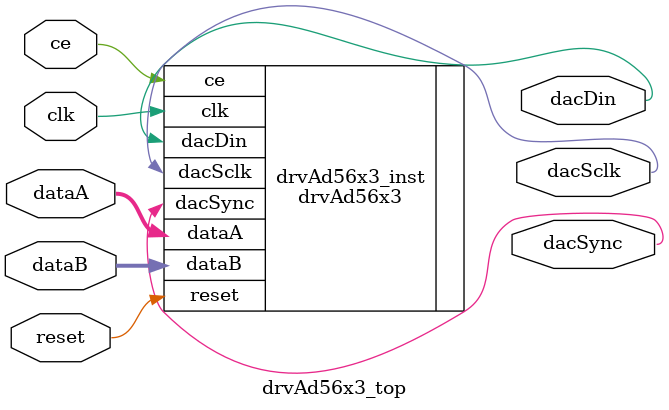
<source format=sv>

module drvAd56x3_top
    #(  parameter SIGN_A = "UNSIGNED",          // 0 for UNSIGNED, 1 for SIGNED data format
                  SIGN_B = "UNSIGNED",                
                  DATA_WIDTH = 14,        // width of data                
                  SCLK_DIVIDER = 2,       // divide master clk frequency for dacSclk
                  SYNC_DURATION = 5)      // dacSync is high between channels in cycles of dacSclk  
     (  input logic clk,                       // 25MHz on SOM-CV-SE-A6D-C3C-7I 
        input logic reset,
        input logic ce,                        // latch input data, sampling frequency of dac output
         
        input logic [DATA_WIDTH-1 : 0] dataA,  // data 14 bit, channel A
        input logic [DATA_WIDTH-1 : 0] dataB,  // data 14 bit, channel B
         
        output logic dacSync,                  // when sync is low begins write sequence
                                               // sync must be high for min 15 ns between transactions
        output logic dacSclk,                  // dac receives di on falling edge of sclk                                            
                                               // max 50 MHz
        output logic dacDin);                  // 24 bits;    

    drvAd56x3        
        #(  .SIGN_A(SIGN_A),          
            .SIGN_B(SIGN_B),                
            .DATA_WIDTH(DATA_WIDTH),                  
            .SCLK_DIVIDER(SCLK_DIVIDER), 
            .SYNC_DURATION(SYNC_DURATION))
    drvAd56x3_inst
        (   .clk(clk),
            .reset(reset),
            .ce(ce),
            .dataA(dataA),
            .dataB(dataB),
            .dacSync(dacSync),
            .dacSclk(dacSclk),
            .dacDin(dacDin));
        
endmodule
</source>
